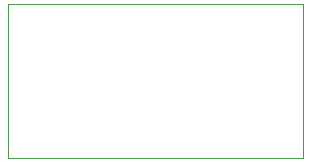
<source format=gko>
G04 #@! TF.GenerationSoftware,KiCad,Pcbnew,5.1.5*
G04 #@! TF.CreationDate,2020-02-24T19:12:41+03:00*
G04 #@! TF.ProjectId,mod-lqfp48,6d6f642d-6c71-4667-9034-382e6b696361,rev?*
G04 #@! TF.SameCoordinates,PX1036640PYec82e0*
G04 #@! TF.FileFunction,Profile,NP*
%FSLAX46Y46*%
G04 Gerber Fmt 4.6, Leading zero omitted, Abs format (unit mm)*
G04 Created by KiCad (PCBNEW 5.1.5) date 2020-02-24 19:12:41*
%MOMM*%
%LPD*%
G04 APERTURE LIST*
%ADD10C,0.100000*%
G04 APERTURE END LIST*
D10*
X0Y0D02*
X0Y-13000000D01*
X25000000Y-13000000D02*
X25000000Y0D01*
X0Y-13000000D02*
X25000000Y-13000000D01*
X0Y0D02*
X25000000Y0D01*
M02*

</source>
